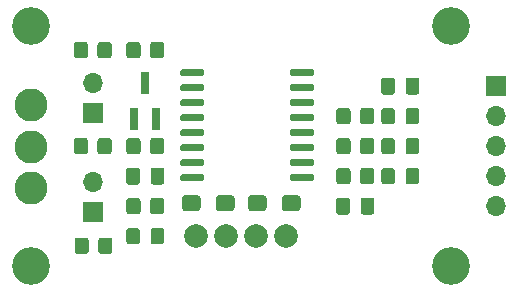
<source format=gts>
G04 #@! TF.GenerationSoftware,KiCad,Pcbnew,5.1.12-84ad8e8a86~92~ubuntu16.04.1*
G04 #@! TF.CreationDate,2022-12-06T21:02:49+01:00*
G04 #@! TF.ProjectId,RS485-TTL,52533438-352d-4545-944c-2e6b69636164,rev?*
G04 #@! TF.SameCoordinates,Original*
G04 #@! TF.FileFunction,Soldermask,Top*
G04 #@! TF.FilePolarity,Negative*
%FSLAX46Y46*%
G04 Gerber Fmt 4.6, Leading zero omitted, Abs format (unit mm)*
G04 Created by KiCad (PCBNEW 5.1.12-84ad8e8a86~92~ubuntu16.04.1) date 2022-12-06 21:02:49*
%MOMM*%
%LPD*%
G01*
G04 APERTURE LIST*
%ADD10C,2.800000*%
%ADD11O,1.700000X1.700000*%
%ADD12R,1.700000X1.700000*%
%ADD13C,2.000000*%
%ADD14R,0.800000X1.900000*%
%ADD15C,3.200000*%
G04 APERTURE END LIST*
D10*
X133350000Y-88392000D03*
X133350000Y-84892000D03*
X133350000Y-81392000D03*
D11*
X138557000Y-87884000D03*
D12*
X138557000Y-90424000D03*
G36*
G01*
X154574000Y-90087001D02*
X154574000Y-89236999D01*
G75*
G02*
X154823999Y-88987000I249999J0D01*
G01*
X155899001Y-88987000D01*
G75*
G02*
X156149000Y-89236999I0J-249999D01*
G01*
X156149000Y-90087001D01*
G75*
G02*
X155899001Y-90337000I-249999J0D01*
G01*
X154823999Y-90337000D01*
G75*
G02*
X154574000Y-90087001I0J249999D01*
G01*
G37*
G36*
G01*
X151699000Y-90087001D02*
X151699000Y-89236999D01*
G75*
G02*
X151948999Y-88987000I249999J0D01*
G01*
X153024001Y-88987000D01*
G75*
G02*
X153274000Y-89236999I0J-249999D01*
G01*
X153274000Y-90087001D01*
G75*
G02*
X153024001Y-90337000I-249999J0D01*
G01*
X151948999Y-90337000D01*
G75*
G02*
X151699000Y-90087001I0J249999D01*
G01*
G37*
D13*
X154940000Y-92456000D03*
X152400000Y-92456000D03*
X149860000Y-92456000D03*
X147320000Y-92456000D03*
G36*
G01*
X141402000Y-85286001D02*
X141402000Y-84385999D01*
G75*
G02*
X141651999Y-84136000I249999J0D01*
G01*
X142352001Y-84136000D01*
G75*
G02*
X142602000Y-84385999I0J-249999D01*
G01*
X142602000Y-85286001D01*
G75*
G02*
X142352001Y-85536000I-249999J0D01*
G01*
X141651999Y-85536000D01*
G75*
G02*
X141402000Y-85286001I0J249999D01*
G01*
G37*
G36*
G01*
X143402000Y-85286001D02*
X143402000Y-84385999D01*
G75*
G02*
X143651999Y-84136000I249999J0D01*
G01*
X144352001Y-84136000D01*
G75*
G02*
X144602000Y-84385999I0J-249999D01*
G01*
X144602000Y-85286001D01*
G75*
G02*
X144352001Y-85536000I-249999J0D01*
G01*
X143651999Y-85536000D01*
G75*
G02*
X143402000Y-85286001I0J249999D01*
G01*
G37*
G36*
G01*
X159157000Y-90391000D02*
X159157000Y-89441000D01*
G75*
G02*
X159407000Y-89191000I250000J0D01*
G01*
X160082000Y-89191000D01*
G75*
G02*
X160332000Y-89441000I0J-250000D01*
G01*
X160332000Y-90391000D01*
G75*
G02*
X160082000Y-90641000I-250000J0D01*
G01*
X159407000Y-90641000D01*
G75*
G02*
X159157000Y-90391000I0J250000D01*
G01*
G37*
G36*
G01*
X161232000Y-90391000D02*
X161232000Y-89441000D01*
G75*
G02*
X161482000Y-89191000I250000J0D01*
G01*
X162157000Y-89191000D01*
G75*
G02*
X162407000Y-89441000I0J-250000D01*
G01*
X162407000Y-90391000D01*
G75*
G02*
X162157000Y-90641000I-250000J0D01*
G01*
X161482000Y-90641000D01*
G75*
G02*
X161232000Y-90391000I0J250000D01*
G01*
G37*
G36*
G01*
X141377000Y-87851000D02*
X141377000Y-86901000D01*
G75*
G02*
X141627000Y-86651000I250000J0D01*
G01*
X142302000Y-86651000D01*
G75*
G02*
X142552000Y-86901000I0J-250000D01*
G01*
X142552000Y-87851000D01*
G75*
G02*
X142302000Y-88101000I-250000J0D01*
G01*
X141627000Y-88101000D01*
G75*
G02*
X141377000Y-87851000I0J250000D01*
G01*
G37*
G36*
G01*
X143452000Y-87851000D02*
X143452000Y-86901000D01*
G75*
G02*
X143702000Y-86651000I250000J0D01*
G01*
X144377000Y-86651000D01*
G75*
G02*
X144627000Y-86901000I0J-250000D01*
G01*
X144627000Y-87851000D01*
G75*
G02*
X144377000Y-88101000I-250000J0D01*
G01*
X143702000Y-88101000D01*
G75*
G02*
X143452000Y-87851000I0J250000D01*
G01*
G37*
G36*
G01*
X150561000Y-89236999D02*
X150561000Y-90087001D01*
G75*
G02*
X150311001Y-90337000I-249999J0D01*
G01*
X149235999Y-90337000D01*
G75*
G02*
X148986000Y-90087001I0J249999D01*
G01*
X148986000Y-89236999D01*
G75*
G02*
X149235999Y-88987000I249999J0D01*
G01*
X150311001Y-88987000D01*
G75*
G02*
X150561000Y-89236999I0J-249999D01*
G01*
G37*
G36*
G01*
X147686000Y-89236999D02*
X147686000Y-90087001D01*
G75*
G02*
X147436001Y-90337000I-249999J0D01*
G01*
X146360999Y-90337000D01*
G75*
G02*
X146111000Y-90087001I0J249999D01*
G01*
X146111000Y-89236999D01*
G75*
G02*
X146360999Y-88987000I249999J0D01*
G01*
X147436001Y-88987000D01*
G75*
G02*
X147686000Y-89236999I0J-249999D01*
G01*
G37*
D14*
X142052000Y-82526000D03*
X143952000Y-82526000D03*
X143002000Y-79526000D03*
G36*
G01*
X141402000Y-77158001D02*
X141402000Y-76257999D01*
G75*
G02*
X141651999Y-76008000I249999J0D01*
G01*
X142352001Y-76008000D01*
G75*
G02*
X142602000Y-76257999I0J-249999D01*
G01*
X142602000Y-77158001D01*
G75*
G02*
X142352001Y-77408000I-249999J0D01*
G01*
X141651999Y-77408000D01*
G75*
G02*
X141402000Y-77158001I0J249999D01*
G01*
G37*
G36*
G01*
X143402000Y-77158001D02*
X143402000Y-76257999D01*
G75*
G02*
X143651999Y-76008000I249999J0D01*
G01*
X144352001Y-76008000D01*
G75*
G02*
X144602000Y-76257999I0J-249999D01*
G01*
X144602000Y-77158001D01*
G75*
G02*
X144352001Y-77408000I-249999J0D01*
G01*
X143651999Y-77408000D01*
G75*
G02*
X143402000Y-77158001I0J249999D01*
G01*
G37*
G36*
G01*
X157313000Y-87353000D02*
X157313000Y-87653000D01*
G75*
G02*
X157163000Y-87803000I-150000J0D01*
G01*
X155413000Y-87803000D01*
G75*
G02*
X155263000Y-87653000I0J150000D01*
G01*
X155263000Y-87353000D01*
G75*
G02*
X155413000Y-87203000I150000J0D01*
G01*
X157163000Y-87203000D01*
G75*
G02*
X157313000Y-87353000I0J-150000D01*
G01*
G37*
G36*
G01*
X157313000Y-86083000D02*
X157313000Y-86383000D01*
G75*
G02*
X157163000Y-86533000I-150000J0D01*
G01*
X155413000Y-86533000D01*
G75*
G02*
X155263000Y-86383000I0J150000D01*
G01*
X155263000Y-86083000D01*
G75*
G02*
X155413000Y-85933000I150000J0D01*
G01*
X157163000Y-85933000D01*
G75*
G02*
X157313000Y-86083000I0J-150000D01*
G01*
G37*
G36*
G01*
X157313000Y-84813000D02*
X157313000Y-85113000D01*
G75*
G02*
X157163000Y-85263000I-150000J0D01*
G01*
X155413000Y-85263000D01*
G75*
G02*
X155263000Y-85113000I0J150000D01*
G01*
X155263000Y-84813000D01*
G75*
G02*
X155413000Y-84663000I150000J0D01*
G01*
X157163000Y-84663000D01*
G75*
G02*
X157313000Y-84813000I0J-150000D01*
G01*
G37*
G36*
G01*
X157313000Y-83543000D02*
X157313000Y-83843000D01*
G75*
G02*
X157163000Y-83993000I-150000J0D01*
G01*
X155413000Y-83993000D01*
G75*
G02*
X155263000Y-83843000I0J150000D01*
G01*
X155263000Y-83543000D01*
G75*
G02*
X155413000Y-83393000I150000J0D01*
G01*
X157163000Y-83393000D01*
G75*
G02*
X157313000Y-83543000I0J-150000D01*
G01*
G37*
G36*
G01*
X157313000Y-82273000D02*
X157313000Y-82573000D01*
G75*
G02*
X157163000Y-82723000I-150000J0D01*
G01*
X155413000Y-82723000D01*
G75*
G02*
X155263000Y-82573000I0J150000D01*
G01*
X155263000Y-82273000D01*
G75*
G02*
X155413000Y-82123000I150000J0D01*
G01*
X157163000Y-82123000D01*
G75*
G02*
X157313000Y-82273000I0J-150000D01*
G01*
G37*
G36*
G01*
X157313000Y-81003000D02*
X157313000Y-81303000D01*
G75*
G02*
X157163000Y-81453000I-150000J0D01*
G01*
X155413000Y-81453000D01*
G75*
G02*
X155263000Y-81303000I0J150000D01*
G01*
X155263000Y-81003000D01*
G75*
G02*
X155413000Y-80853000I150000J0D01*
G01*
X157163000Y-80853000D01*
G75*
G02*
X157313000Y-81003000I0J-150000D01*
G01*
G37*
G36*
G01*
X157313000Y-79733000D02*
X157313000Y-80033000D01*
G75*
G02*
X157163000Y-80183000I-150000J0D01*
G01*
X155413000Y-80183000D01*
G75*
G02*
X155263000Y-80033000I0J150000D01*
G01*
X155263000Y-79733000D01*
G75*
G02*
X155413000Y-79583000I150000J0D01*
G01*
X157163000Y-79583000D01*
G75*
G02*
X157313000Y-79733000I0J-150000D01*
G01*
G37*
G36*
G01*
X157313000Y-78463000D02*
X157313000Y-78763000D01*
G75*
G02*
X157163000Y-78913000I-150000J0D01*
G01*
X155413000Y-78913000D01*
G75*
G02*
X155263000Y-78763000I0J150000D01*
G01*
X155263000Y-78463000D01*
G75*
G02*
X155413000Y-78313000I150000J0D01*
G01*
X157163000Y-78313000D01*
G75*
G02*
X157313000Y-78463000I0J-150000D01*
G01*
G37*
G36*
G01*
X148013000Y-78463000D02*
X148013000Y-78763000D01*
G75*
G02*
X147863000Y-78913000I-150000J0D01*
G01*
X146113000Y-78913000D01*
G75*
G02*
X145963000Y-78763000I0J150000D01*
G01*
X145963000Y-78463000D01*
G75*
G02*
X146113000Y-78313000I150000J0D01*
G01*
X147863000Y-78313000D01*
G75*
G02*
X148013000Y-78463000I0J-150000D01*
G01*
G37*
G36*
G01*
X148013000Y-79733000D02*
X148013000Y-80033000D01*
G75*
G02*
X147863000Y-80183000I-150000J0D01*
G01*
X146113000Y-80183000D01*
G75*
G02*
X145963000Y-80033000I0J150000D01*
G01*
X145963000Y-79733000D01*
G75*
G02*
X146113000Y-79583000I150000J0D01*
G01*
X147863000Y-79583000D01*
G75*
G02*
X148013000Y-79733000I0J-150000D01*
G01*
G37*
G36*
G01*
X148013000Y-81003000D02*
X148013000Y-81303000D01*
G75*
G02*
X147863000Y-81453000I-150000J0D01*
G01*
X146113000Y-81453000D01*
G75*
G02*
X145963000Y-81303000I0J150000D01*
G01*
X145963000Y-81003000D01*
G75*
G02*
X146113000Y-80853000I150000J0D01*
G01*
X147863000Y-80853000D01*
G75*
G02*
X148013000Y-81003000I0J-150000D01*
G01*
G37*
G36*
G01*
X148013000Y-82273000D02*
X148013000Y-82573000D01*
G75*
G02*
X147863000Y-82723000I-150000J0D01*
G01*
X146113000Y-82723000D01*
G75*
G02*
X145963000Y-82573000I0J150000D01*
G01*
X145963000Y-82273000D01*
G75*
G02*
X146113000Y-82123000I150000J0D01*
G01*
X147863000Y-82123000D01*
G75*
G02*
X148013000Y-82273000I0J-150000D01*
G01*
G37*
G36*
G01*
X148013000Y-83543000D02*
X148013000Y-83843000D01*
G75*
G02*
X147863000Y-83993000I-150000J0D01*
G01*
X146113000Y-83993000D01*
G75*
G02*
X145963000Y-83843000I0J150000D01*
G01*
X145963000Y-83543000D01*
G75*
G02*
X146113000Y-83393000I150000J0D01*
G01*
X147863000Y-83393000D01*
G75*
G02*
X148013000Y-83543000I0J-150000D01*
G01*
G37*
G36*
G01*
X148013000Y-84813000D02*
X148013000Y-85113000D01*
G75*
G02*
X147863000Y-85263000I-150000J0D01*
G01*
X146113000Y-85263000D01*
G75*
G02*
X145963000Y-85113000I0J150000D01*
G01*
X145963000Y-84813000D01*
G75*
G02*
X146113000Y-84663000I150000J0D01*
G01*
X147863000Y-84663000D01*
G75*
G02*
X148013000Y-84813000I0J-150000D01*
G01*
G37*
G36*
G01*
X148013000Y-86083000D02*
X148013000Y-86383000D01*
G75*
G02*
X147863000Y-86533000I-150000J0D01*
G01*
X146113000Y-86533000D01*
G75*
G02*
X145963000Y-86383000I0J150000D01*
G01*
X145963000Y-86083000D01*
G75*
G02*
X146113000Y-85933000I150000J0D01*
G01*
X147863000Y-85933000D01*
G75*
G02*
X148013000Y-86083000I0J-150000D01*
G01*
G37*
G36*
G01*
X148013000Y-87353000D02*
X148013000Y-87653000D01*
G75*
G02*
X147863000Y-87803000I-150000J0D01*
G01*
X146113000Y-87803000D01*
G75*
G02*
X145963000Y-87653000I0J150000D01*
G01*
X145963000Y-87353000D01*
G75*
G02*
X146113000Y-87203000I150000J0D01*
G01*
X147863000Y-87203000D01*
G75*
G02*
X148013000Y-87353000I0J-150000D01*
G01*
G37*
G36*
G01*
X166192000Y-81845999D02*
X166192000Y-82746001D01*
G75*
G02*
X165942001Y-82996000I-249999J0D01*
G01*
X165291999Y-82996000D01*
G75*
G02*
X165042000Y-82746001I0J249999D01*
G01*
X165042000Y-81845999D01*
G75*
G02*
X165291999Y-81596000I249999J0D01*
G01*
X165942001Y-81596000D01*
G75*
G02*
X166192000Y-81845999I0J-249999D01*
G01*
G37*
G36*
G01*
X164142000Y-81845999D02*
X164142000Y-82746001D01*
G75*
G02*
X163892001Y-82996000I-249999J0D01*
G01*
X163241999Y-82996000D01*
G75*
G02*
X162992000Y-82746001I0J249999D01*
G01*
X162992000Y-81845999D01*
G75*
G02*
X163241999Y-81596000I249999J0D01*
G01*
X163892001Y-81596000D01*
G75*
G02*
X164142000Y-81845999I0J-249999D01*
G01*
G37*
G36*
G01*
X164142000Y-84385999D02*
X164142000Y-85286001D01*
G75*
G02*
X163892001Y-85536000I-249999J0D01*
G01*
X163241999Y-85536000D01*
G75*
G02*
X162992000Y-85286001I0J249999D01*
G01*
X162992000Y-84385999D01*
G75*
G02*
X163241999Y-84136000I249999J0D01*
G01*
X163892001Y-84136000D01*
G75*
G02*
X164142000Y-84385999I0J-249999D01*
G01*
G37*
G36*
G01*
X166192000Y-84385999D02*
X166192000Y-85286001D01*
G75*
G02*
X165942001Y-85536000I-249999J0D01*
G01*
X165291999Y-85536000D01*
G75*
G02*
X165042000Y-85286001I0J249999D01*
G01*
X165042000Y-84385999D01*
G75*
G02*
X165291999Y-84136000I249999J0D01*
G01*
X165942001Y-84136000D01*
G75*
G02*
X166192000Y-84385999I0J-249999D01*
G01*
G37*
G36*
G01*
X166192000Y-86925999D02*
X166192000Y-87826001D01*
G75*
G02*
X165942001Y-88076000I-249999J0D01*
G01*
X165291999Y-88076000D01*
G75*
G02*
X165042000Y-87826001I0J249999D01*
G01*
X165042000Y-86925999D01*
G75*
G02*
X165291999Y-86676000I249999J0D01*
G01*
X165942001Y-86676000D01*
G75*
G02*
X166192000Y-86925999I0J-249999D01*
G01*
G37*
G36*
G01*
X164142000Y-86925999D02*
X164142000Y-87826001D01*
G75*
G02*
X163892001Y-88076000I-249999J0D01*
G01*
X163241999Y-88076000D01*
G75*
G02*
X162992000Y-87826001I0J249999D01*
G01*
X162992000Y-86925999D01*
G75*
G02*
X163241999Y-86676000I249999J0D01*
G01*
X163892001Y-86676000D01*
G75*
G02*
X164142000Y-86925999I0J-249999D01*
G01*
G37*
G36*
G01*
X142552000Y-92005999D02*
X142552000Y-92906001D01*
G75*
G02*
X142302001Y-93156000I-249999J0D01*
G01*
X141651999Y-93156000D01*
G75*
G02*
X141402000Y-92906001I0J249999D01*
G01*
X141402000Y-92005999D01*
G75*
G02*
X141651999Y-91756000I249999J0D01*
G01*
X142302001Y-91756000D01*
G75*
G02*
X142552000Y-92005999I0J-249999D01*
G01*
G37*
G36*
G01*
X144602000Y-92005999D02*
X144602000Y-92906001D01*
G75*
G02*
X144352001Y-93156000I-249999J0D01*
G01*
X143701999Y-93156000D01*
G75*
G02*
X143452000Y-92906001I0J249999D01*
G01*
X143452000Y-92005999D01*
G75*
G02*
X143701999Y-91756000I249999J0D01*
G01*
X144352001Y-91756000D01*
G75*
G02*
X144602000Y-92005999I0J-249999D01*
G01*
G37*
D15*
X133350000Y-74676000D03*
X168910000Y-74676000D03*
X133350000Y-94996000D03*
X168910000Y-94996000D03*
D12*
X172720000Y-79756000D03*
D11*
X172720000Y-82296000D03*
X172720000Y-84836000D03*
X172720000Y-87376000D03*
X172720000Y-89916000D03*
G36*
G01*
X159182000Y-82746001D02*
X159182000Y-81845999D01*
G75*
G02*
X159431999Y-81596000I249999J0D01*
G01*
X160132001Y-81596000D01*
G75*
G02*
X160382000Y-81845999I0J-249999D01*
G01*
X160382000Y-82746001D01*
G75*
G02*
X160132001Y-82996000I-249999J0D01*
G01*
X159431999Y-82996000D01*
G75*
G02*
X159182000Y-82746001I0J249999D01*
G01*
G37*
G36*
G01*
X161182000Y-82746001D02*
X161182000Y-81845999D01*
G75*
G02*
X161431999Y-81596000I249999J0D01*
G01*
X162132001Y-81596000D01*
G75*
G02*
X162382000Y-81845999I0J-249999D01*
G01*
X162382000Y-82746001D01*
G75*
G02*
X162132001Y-82996000I-249999J0D01*
G01*
X161431999Y-82996000D01*
G75*
G02*
X161182000Y-82746001I0J249999D01*
G01*
G37*
G36*
G01*
X161182000Y-85286001D02*
X161182000Y-84385999D01*
G75*
G02*
X161431999Y-84136000I249999J0D01*
G01*
X162132001Y-84136000D01*
G75*
G02*
X162382000Y-84385999I0J-249999D01*
G01*
X162382000Y-85286001D01*
G75*
G02*
X162132001Y-85536000I-249999J0D01*
G01*
X161431999Y-85536000D01*
G75*
G02*
X161182000Y-85286001I0J249999D01*
G01*
G37*
G36*
G01*
X159182000Y-85286001D02*
X159182000Y-84385999D01*
G75*
G02*
X159431999Y-84136000I249999J0D01*
G01*
X160132001Y-84136000D01*
G75*
G02*
X160382000Y-84385999I0J-249999D01*
G01*
X160382000Y-85286001D01*
G75*
G02*
X160132001Y-85536000I-249999J0D01*
G01*
X159431999Y-85536000D01*
G75*
G02*
X159182000Y-85286001I0J249999D01*
G01*
G37*
G36*
G01*
X159182000Y-87826001D02*
X159182000Y-86925999D01*
G75*
G02*
X159431999Y-86676000I249999J0D01*
G01*
X160132001Y-86676000D01*
G75*
G02*
X160382000Y-86925999I0J-249999D01*
G01*
X160382000Y-87826001D01*
G75*
G02*
X160132001Y-88076000I-249999J0D01*
G01*
X159431999Y-88076000D01*
G75*
G02*
X159182000Y-87826001I0J249999D01*
G01*
G37*
G36*
G01*
X161182000Y-87826001D02*
X161182000Y-86925999D01*
G75*
G02*
X161431999Y-86676000I249999J0D01*
G01*
X162132001Y-86676000D01*
G75*
G02*
X162382000Y-86925999I0J-249999D01*
G01*
X162382000Y-87826001D01*
G75*
G02*
X162132001Y-88076000I-249999J0D01*
G01*
X161431999Y-88076000D01*
G75*
G02*
X161182000Y-87826001I0J249999D01*
G01*
G37*
G36*
G01*
X142602000Y-89465999D02*
X142602000Y-90366001D01*
G75*
G02*
X142352001Y-90616000I-249999J0D01*
G01*
X141651999Y-90616000D01*
G75*
G02*
X141402000Y-90366001I0J249999D01*
G01*
X141402000Y-89465999D01*
G75*
G02*
X141651999Y-89216000I249999J0D01*
G01*
X142352001Y-89216000D01*
G75*
G02*
X142602000Y-89465999I0J-249999D01*
G01*
G37*
G36*
G01*
X144602000Y-89465999D02*
X144602000Y-90366001D01*
G75*
G02*
X144352001Y-90616000I-249999J0D01*
G01*
X143651999Y-90616000D01*
G75*
G02*
X143402000Y-90366001I0J249999D01*
G01*
X143402000Y-89465999D01*
G75*
G02*
X143651999Y-89216000I249999J0D01*
G01*
X144352001Y-89216000D01*
G75*
G02*
X144602000Y-89465999I0J-249999D01*
G01*
G37*
G36*
G01*
X166217000Y-79281000D02*
X166217000Y-80231000D01*
G75*
G02*
X165967000Y-80481000I-250000J0D01*
G01*
X165292000Y-80481000D01*
G75*
G02*
X165042000Y-80231000I0J250000D01*
G01*
X165042000Y-79281000D01*
G75*
G02*
X165292000Y-79031000I250000J0D01*
G01*
X165967000Y-79031000D01*
G75*
G02*
X166217000Y-79281000I0J-250000D01*
G01*
G37*
G36*
G01*
X164142000Y-79281000D02*
X164142000Y-80231000D01*
G75*
G02*
X163892000Y-80481000I-250000J0D01*
G01*
X163217000Y-80481000D01*
G75*
G02*
X162967000Y-80231000I0J250000D01*
G01*
X162967000Y-79281000D01*
G75*
G02*
X163217000Y-79031000I250000J0D01*
G01*
X163892000Y-79031000D01*
G75*
G02*
X164142000Y-79281000I0J-250000D01*
G01*
G37*
D12*
X138557000Y-82042000D03*
D11*
X138557000Y-79502000D03*
G36*
G01*
X136957000Y-77158001D02*
X136957000Y-76257999D01*
G75*
G02*
X137206999Y-76008000I249999J0D01*
G01*
X137907001Y-76008000D01*
G75*
G02*
X138157000Y-76257999I0J-249999D01*
G01*
X138157000Y-77158001D01*
G75*
G02*
X137907001Y-77408000I-249999J0D01*
G01*
X137206999Y-77408000D01*
G75*
G02*
X136957000Y-77158001I0J249999D01*
G01*
G37*
G36*
G01*
X138957000Y-77158001D02*
X138957000Y-76257999D01*
G75*
G02*
X139206999Y-76008000I249999J0D01*
G01*
X139907001Y-76008000D01*
G75*
G02*
X140157000Y-76257999I0J-249999D01*
G01*
X140157000Y-77158001D01*
G75*
G02*
X139907001Y-77408000I-249999J0D01*
G01*
X139206999Y-77408000D01*
G75*
G02*
X138957000Y-77158001I0J249999D01*
G01*
G37*
G36*
G01*
X138957000Y-85286001D02*
X138957000Y-84385999D01*
G75*
G02*
X139206999Y-84136000I249999J0D01*
G01*
X139907001Y-84136000D01*
G75*
G02*
X140157000Y-84385999I0J-249999D01*
G01*
X140157000Y-85286001D01*
G75*
G02*
X139907001Y-85536000I-249999J0D01*
G01*
X139206999Y-85536000D01*
G75*
G02*
X138957000Y-85286001I0J249999D01*
G01*
G37*
G36*
G01*
X136957000Y-85286001D02*
X136957000Y-84385999D01*
G75*
G02*
X137206999Y-84136000I249999J0D01*
G01*
X137907001Y-84136000D01*
G75*
G02*
X138157000Y-84385999I0J-249999D01*
G01*
X138157000Y-85286001D01*
G75*
G02*
X137907001Y-85536000I-249999J0D01*
G01*
X137206999Y-85536000D01*
G75*
G02*
X136957000Y-85286001I0J249999D01*
G01*
G37*
G36*
G01*
X137020500Y-93731501D02*
X137020500Y-92831499D01*
G75*
G02*
X137270499Y-92581500I249999J0D01*
G01*
X137970501Y-92581500D01*
G75*
G02*
X138220500Y-92831499I0J-249999D01*
G01*
X138220500Y-93731501D01*
G75*
G02*
X137970501Y-93981500I-249999J0D01*
G01*
X137270499Y-93981500D01*
G75*
G02*
X137020500Y-93731501I0J249999D01*
G01*
G37*
G36*
G01*
X139020500Y-93731501D02*
X139020500Y-92831499D01*
G75*
G02*
X139270499Y-92581500I249999J0D01*
G01*
X139970501Y-92581500D01*
G75*
G02*
X140220500Y-92831499I0J-249999D01*
G01*
X140220500Y-93731501D01*
G75*
G02*
X139970501Y-93981500I-249999J0D01*
G01*
X139270499Y-93981500D01*
G75*
G02*
X139020500Y-93731501I0J249999D01*
G01*
G37*
M02*

</source>
